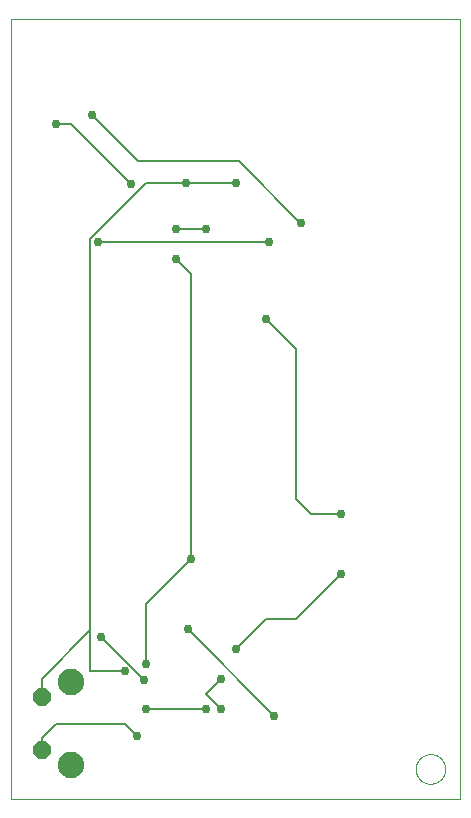
<source format=gbl>
G75*
%MOIN*%
%OFA0B0*%
%FSLAX25Y25*%
%IPPOS*%
%LPD*%
%AMOC8*
5,1,8,0,0,1.08239X$1,22.5*
%
%ADD10C,0.00000*%
%ADD11OC8,0.06000*%
%ADD12C,0.08850*%
%ADD13C,0.00600*%
%ADD14C,0.02978*%
D10*
X0057595Y0123933D02*
X0057595Y0383776D01*
X0207201Y0383776D01*
X0207201Y0123933D01*
X0057595Y0123933D01*
X0192438Y0133776D02*
X0192440Y0133916D01*
X0192446Y0134056D01*
X0192456Y0134195D01*
X0192470Y0134334D01*
X0192488Y0134473D01*
X0192509Y0134611D01*
X0192535Y0134749D01*
X0192565Y0134886D01*
X0192598Y0135021D01*
X0192636Y0135156D01*
X0192677Y0135290D01*
X0192722Y0135423D01*
X0192770Y0135554D01*
X0192823Y0135683D01*
X0192879Y0135812D01*
X0192938Y0135938D01*
X0193002Y0136063D01*
X0193068Y0136186D01*
X0193139Y0136307D01*
X0193212Y0136426D01*
X0193289Y0136543D01*
X0193370Y0136657D01*
X0193453Y0136769D01*
X0193540Y0136879D01*
X0193630Y0136987D01*
X0193722Y0137091D01*
X0193818Y0137193D01*
X0193917Y0137293D01*
X0194018Y0137389D01*
X0194122Y0137483D01*
X0194229Y0137573D01*
X0194338Y0137660D01*
X0194450Y0137745D01*
X0194564Y0137826D01*
X0194680Y0137904D01*
X0194798Y0137978D01*
X0194919Y0138049D01*
X0195041Y0138117D01*
X0195166Y0138181D01*
X0195292Y0138242D01*
X0195419Y0138299D01*
X0195549Y0138352D01*
X0195680Y0138402D01*
X0195812Y0138447D01*
X0195945Y0138490D01*
X0196080Y0138528D01*
X0196215Y0138562D01*
X0196352Y0138593D01*
X0196489Y0138620D01*
X0196627Y0138642D01*
X0196766Y0138661D01*
X0196905Y0138676D01*
X0197044Y0138687D01*
X0197184Y0138694D01*
X0197324Y0138697D01*
X0197464Y0138696D01*
X0197604Y0138691D01*
X0197743Y0138682D01*
X0197883Y0138669D01*
X0198022Y0138652D01*
X0198160Y0138631D01*
X0198298Y0138607D01*
X0198435Y0138578D01*
X0198571Y0138546D01*
X0198706Y0138509D01*
X0198840Y0138469D01*
X0198973Y0138425D01*
X0199104Y0138377D01*
X0199234Y0138326D01*
X0199363Y0138271D01*
X0199490Y0138212D01*
X0199615Y0138149D01*
X0199738Y0138084D01*
X0199860Y0138014D01*
X0199979Y0137941D01*
X0200097Y0137865D01*
X0200212Y0137786D01*
X0200325Y0137703D01*
X0200435Y0137617D01*
X0200543Y0137528D01*
X0200648Y0137436D01*
X0200751Y0137341D01*
X0200851Y0137243D01*
X0200948Y0137143D01*
X0201042Y0137039D01*
X0201134Y0136933D01*
X0201222Y0136825D01*
X0201307Y0136714D01*
X0201389Y0136600D01*
X0201468Y0136484D01*
X0201543Y0136367D01*
X0201615Y0136247D01*
X0201683Y0136125D01*
X0201748Y0136001D01*
X0201810Y0135875D01*
X0201868Y0135748D01*
X0201922Y0135619D01*
X0201973Y0135488D01*
X0202019Y0135356D01*
X0202062Y0135223D01*
X0202102Y0135089D01*
X0202137Y0134954D01*
X0202169Y0134817D01*
X0202196Y0134680D01*
X0202220Y0134542D01*
X0202240Y0134404D01*
X0202256Y0134265D01*
X0202268Y0134125D01*
X0202276Y0133986D01*
X0202280Y0133846D01*
X0202280Y0133706D01*
X0202276Y0133566D01*
X0202268Y0133427D01*
X0202256Y0133287D01*
X0202240Y0133148D01*
X0202220Y0133010D01*
X0202196Y0132872D01*
X0202169Y0132735D01*
X0202137Y0132598D01*
X0202102Y0132463D01*
X0202062Y0132329D01*
X0202019Y0132196D01*
X0201973Y0132064D01*
X0201922Y0131933D01*
X0201868Y0131804D01*
X0201810Y0131677D01*
X0201748Y0131551D01*
X0201683Y0131427D01*
X0201615Y0131305D01*
X0201543Y0131185D01*
X0201468Y0131068D01*
X0201389Y0130952D01*
X0201307Y0130838D01*
X0201222Y0130727D01*
X0201134Y0130619D01*
X0201042Y0130513D01*
X0200948Y0130409D01*
X0200851Y0130309D01*
X0200751Y0130211D01*
X0200648Y0130116D01*
X0200543Y0130024D01*
X0200435Y0129935D01*
X0200325Y0129849D01*
X0200212Y0129766D01*
X0200097Y0129687D01*
X0199979Y0129611D01*
X0199860Y0129538D01*
X0199738Y0129468D01*
X0199615Y0129403D01*
X0199490Y0129340D01*
X0199363Y0129281D01*
X0199234Y0129226D01*
X0199104Y0129175D01*
X0198973Y0129127D01*
X0198840Y0129083D01*
X0198706Y0129043D01*
X0198571Y0129006D01*
X0198435Y0128974D01*
X0198298Y0128945D01*
X0198160Y0128921D01*
X0198022Y0128900D01*
X0197883Y0128883D01*
X0197743Y0128870D01*
X0197604Y0128861D01*
X0197464Y0128856D01*
X0197324Y0128855D01*
X0197184Y0128858D01*
X0197044Y0128865D01*
X0196905Y0128876D01*
X0196766Y0128891D01*
X0196627Y0128910D01*
X0196489Y0128932D01*
X0196352Y0128959D01*
X0196215Y0128990D01*
X0196080Y0129024D01*
X0195945Y0129062D01*
X0195812Y0129105D01*
X0195680Y0129150D01*
X0195549Y0129200D01*
X0195419Y0129253D01*
X0195292Y0129310D01*
X0195166Y0129371D01*
X0195041Y0129435D01*
X0194919Y0129503D01*
X0194798Y0129574D01*
X0194680Y0129648D01*
X0194564Y0129726D01*
X0194450Y0129807D01*
X0194338Y0129892D01*
X0194229Y0129979D01*
X0194122Y0130069D01*
X0194018Y0130163D01*
X0193917Y0130259D01*
X0193818Y0130359D01*
X0193722Y0130461D01*
X0193630Y0130565D01*
X0193540Y0130673D01*
X0193453Y0130783D01*
X0193370Y0130895D01*
X0193289Y0131009D01*
X0193212Y0131126D01*
X0193139Y0131245D01*
X0193068Y0131366D01*
X0193002Y0131489D01*
X0192938Y0131614D01*
X0192879Y0131740D01*
X0192823Y0131869D01*
X0192770Y0131998D01*
X0192722Y0132129D01*
X0192677Y0132262D01*
X0192636Y0132396D01*
X0192598Y0132531D01*
X0192565Y0132666D01*
X0192535Y0132803D01*
X0192509Y0132941D01*
X0192488Y0133079D01*
X0192470Y0133218D01*
X0192456Y0133357D01*
X0192446Y0133496D01*
X0192440Y0133636D01*
X0192438Y0133776D01*
D11*
X0067695Y0140033D03*
X0067695Y0157833D03*
D12*
X0077495Y0162733D03*
X0077495Y0135133D03*
D13*
X0067695Y0144033D02*
X0072595Y0148933D01*
X0095395Y0148933D01*
X0099395Y0144933D01*
X0102595Y0153933D02*
X0122595Y0153933D01*
X0122595Y0158933D02*
X0127595Y0153933D01*
X0122595Y0158933D02*
X0127595Y0163933D01*
X0132595Y0173933D02*
X0142595Y0183933D01*
X0152595Y0183933D01*
X0167595Y0198933D01*
X0167595Y0218933D02*
X0157595Y0218933D01*
X0152595Y0223933D01*
X0152595Y0273933D01*
X0142595Y0283933D01*
X0143395Y0309333D02*
X0086395Y0309333D01*
X0083995Y0310533D02*
X0102595Y0329133D01*
X0115795Y0329133D01*
X0132395Y0329133D01*
X0133385Y0336522D02*
X0153974Y0315933D01*
X0154195Y0315933D01*
X0133385Y0336522D02*
X0099806Y0336522D01*
X0084595Y0351733D01*
X0077595Y0348933D02*
X0097595Y0328933D01*
X0083995Y0310533D02*
X0083995Y0180203D01*
X0067695Y0163903D01*
X0067695Y0157833D01*
X0067695Y0144033D02*
X0067695Y0140033D01*
X0083995Y0166533D02*
X0083995Y0180203D01*
X0087595Y0177933D02*
X0101995Y0163533D01*
X0102595Y0168933D02*
X0102595Y0188933D01*
X0117595Y0203933D01*
X0117595Y0298933D01*
X0112595Y0303933D01*
X0112595Y0313933D02*
X0122595Y0313933D01*
X0077595Y0348933D02*
X0072595Y0348933D01*
X0116395Y0180333D02*
X0145195Y0151533D01*
X0095395Y0166533D02*
X0083995Y0166533D01*
D14*
X0087595Y0177933D03*
X0095395Y0166533D03*
X0101995Y0163533D03*
X0102595Y0168933D03*
X0102595Y0153933D03*
X0099395Y0144933D03*
X0116395Y0180333D03*
X0127595Y0163933D03*
X0132595Y0173933D03*
X0127595Y0153933D03*
X0122595Y0153933D03*
X0145195Y0151533D03*
X0167595Y0198933D03*
X0167595Y0218933D03*
X0142595Y0283933D03*
X0143395Y0309333D03*
X0154195Y0315933D03*
X0132395Y0329133D03*
X0122595Y0313933D03*
X0115795Y0329133D03*
X0112595Y0313933D03*
X0112595Y0303933D03*
X0097595Y0328933D03*
X0086395Y0309333D03*
X0072595Y0348933D03*
X0084595Y0351733D03*
X0117595Y0203933D03*
M02*

</source>
